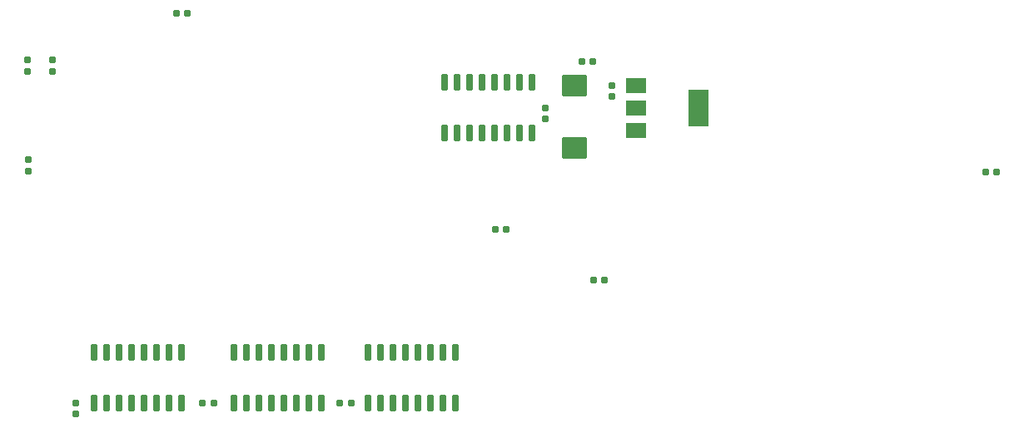
<source format=gbr>
%TF.GenerationSoftware,KiCad,Pcbnew,8.0.6*%
%TF.CreationDate,2024-12-06T22:05:36+05:00*%
%TF.ProjectId,mt-32DIT-module,6d742d33-3244-4495-942d-6d6f64756c65,rev?*%
%TF.SameCoordinates,Original*%
%TF.FileFunction,Paste,Top*%
%TF.FilePolarity,Positive*%
%FSLAX46Y46*%
G04 Gerber Fmt 4.6, Leading zero omitted, Abs format (unit mm)*
G04 Created by KiCad (PCBNEW 8.0.6) date 2024-12-06 22:05:36*
%MOMM*%
%LPD*%
G01*
G04 APERTURE LIST*
G04 Aperture macros list*
%AMRoundRect*
0 Rectangle with rounded corners*
0 $1 Rounding radius*
0 $2 $3 $4 $5 $6 $7 $8 $9 X,Y pos of 4 corners*
0 Add a 4 corners polygon primitive as box body*
4,1,4,$2,$3,$4,$5,$6,$7,$8,$9,$2,$3,0*
0 Add four circle primitives for the rounded corners*
1,1,$1+$1,$2,$3*
1,1,$1+$1,$4,$5*
1,1,$1+$1,$6,$7*
1,1,$1+$1,$8,$9*
0 Add four rect primitives between the rounded corners*
20,1,$1+$1,$2,$3,$4,$5,0*
20,1,$1+$1,$4,$5,$6,$7,0*
20,1,$1+$1,$6,$7,$8,$9,0*
20,1,$1+$1,$8,$9,$2,$3,0*%
G04 Aperture macros list end*
%ADD10RoundRect,0.150000X0.150000X-0.725000X0.150000X0.725000X-0.150000X0.725000X-0.150000X-0.725000X0*%
%ADD11RoundRect,0.155000X-0.155000X0.212500X-0.155000X-0.212500X0.155000X-0.212500X0.155000X0.212500X0*%
%ADD12RoundRect,0.155000X0.212500X0.155000X-0.212500X0.155000X-0.212500X-0.155000X0.212500X-0.155000X0*%
%ADD13RoundRect,0.250000X1.025000X-0.875000X1.025000X0.875000X-1.025000X0.875000X-1.025000X-0.875000X0*%
%ADD14RoundRect,0.155000X0.155000X-0.212500X0.155000X0.212500X-0.155000X0.212500X-0.155000X-0.212500X0*%
%ADD15RoundRect,0.160000X0.160000X-0.197500X0.160000X0.197500X-0.160000X0.197500X-0.160000X-0.197500X0*%
%ADD16RoundRect,0.155000X-0.212500X-0.155000X0.212500X-0.155000X0.212500X0.155000X-0.212500X0.155000X0*%
%ADD17R,2.000000X1.500000*%
%ADD18R,2.000000X3.800000*%
G04 APERTURE END LIST*
D10*
%TO.C,U2*%
X168735000Y-115115000D03*
X170005000Y-115115000D03*
X171275000Y-115115000D03*
X172545000Y-115115000D03*
X173815000Y-115115000D03*
X175085000Y-115115000D03*
X176355000Y-115115000D03*
X177625000Y-115115000D03*
X177625000Y-109965000D03*
X176355000Y-109965000D03*
X175085000Y-109965000D03*
X173815000Y-109965000D03*
X172545000Y-109965000D03*
X171275000Y-109965000D03*
X170005000Y-109965000D03*
X168735000Y-109965000D03*
%TD*%
D11*
%TO.C,C2*%
X200400000Y-85032500D03*
X200400000Y-86167500D03*
%TD*%
D12*
%TO.C,C4*%
X180627500Y-115110000D03*
X179492500Y-115110000D03*
%TD*%
D13*
%TO.C,C9*%
X203400000Y-89140000D03*
X203400000Y-82740000D03*
%TD*%
D14*
%TO.C,C6*%
X207150000Y-83867500D03*
X207150000Y-82732500D03*
%TD*%
D15*
%TO.C,R16*%
X150250000Y-81372500D03*
X150250000Y-80177500D03*
%TD*%
%TO.C,R17*%
X147740000Y-81369500D03*
X147740000Y-80174500D03*
%TD*%
D12*
%TO.C,C14*%
X206447500Y-102610000D03*
X205312500Y-102610000D03*
%TD*%
D16*
%TO.C,C1*%
X195292500Y-97420000D03*
X196427500Y-97420000D03*
%TD*%
D10*
%TO.C,U5*%
X182345000Y-115115000D03*
X183615000Y-115115000D03*
X184885000Y-115115000D03*
X186155000Y-115115000D03*
X187425000Y-115115000D03*
X188695000Y-115115000D03*
X189965000Y-115115000D03*
X191235000Y-115115000D03*
X191235000Y-109965000D03*
X189965000Y-109965000D03*
X188695000Y-109965000D03*
X187425000Y-109965000D03*
X186155000Y-109965000D03*
X184885000Y-109965000D03*
X183615000Y-109965000D03*
X182345000Y-109965000D03*
%TD*%
%TO.C,U3*%
X190135000Y-87595000D03*
X191405000Y-87595000D03*
X192675000Y-87595000D03*
X193945000Y-87595000D03*
X195215000Y-87595000D03*
X196485000Y-87595000D03*
X197755000Y-87595000D03*
X199025000Y-87595000D03*
X199025000Y-82445000D03*
X197755000Y-82445000D03*
X196485000Y-82445000D03*
X195215000Y-82445000D03*
X193945000Y-82445000D03*
X192675000Y-82445000D03*
X191405000Y-82445000D03*
X190135000Y-82445000D03*
%TD*%
D16*
%TO.C,C7*%
X162872500Y-75410000D03*
X164007500Y-75410000D03*
%TD*%
D10*
%TO.C,U1*%
X154525000Y-115115000D03*
X155795000Y-115115000D03*
X157065000Y-115115000D03*
X158335000Y-115115000D03*
X159605000Y-115115000D03*
X160875000Y-115115000D03*
X162145000Y-115115000D03*
X163415000Y-115115000D03*
X163415000Y-109965000D03*
X162145000Y-109965000D03*
X160875000Y-109965000D03*
X159605000Y-109965000D03*
X158335000Y-109965000D03*
X157065000Y-109965000D03*
X155795000Y-109965000D03*
X154525000Y-109965000D03*
%TD*%
D17*
%TO.C,U7*%
X209640000Y-82730000D03*
X209640000Y-85030000D03*
D18*
X215940000Y-85030000D03*
D17*
X209640000Y-87330000D03*
%TD*%
D12*
%TO.C,C3*%
X166667500Y-115110000D03*
X165532500Y-115110000D03*
%TD*%
%TO.C,C8*%
X246287500Y-91590000D03*
X245152500Y-91590000D03*
%TD*%
D15*
%TO.C,R13*%
X147828000Y-91529500D03*
X147828000Y-90334500D03*
%TD*%
D11*
%TO.C,C5*%
X152630000Y-115112500D03*
X152630000Y-116247500D03*
%TD*%
D12*
%TO.C,C10*%
X205247500Y-80350000D03*
X204112500Y-80350000D03*
%TD*%
M02*

</source>
